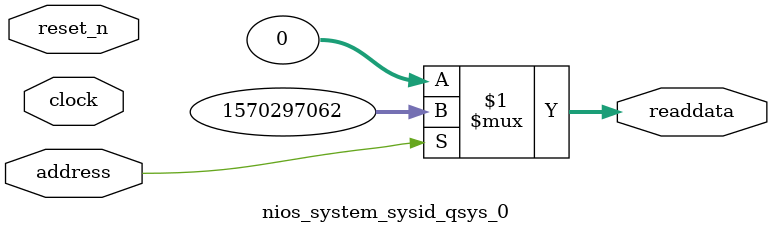
<source format=v>



// synthesis translate_off
`timescale 1ns / 1ps
// synthesis translate_on

// turn off superfluous verilog processor warnings 
// altera message_level Level1 
// altera message_off 10034 10035 10036 10037 10230 10240 10030 

module nios_system_sysid_qsys_0 (
               // inputs:
                address,
                clock,
                reset_n,

               // outputs:
                readdata
             )
;

  output  [ 31: 0] readdata;
  input            address;
  input            clock;
  input            reset_n;

  wire    [ 31: 0] readdata;
  //control_slave, which is an e_avalon_slave
  assign readdata = address ? 1570297062 : 0;

endmodule



</source>
